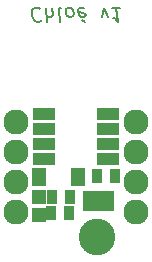
<source format=gbr>
G04 #@! TF.FileFunction,Soldermask,Bot*
%FSLAX46Y46*%
G04 Gerber Fmt 4.6, Leading zero omitted, Abs format (unit mm)*
G04 Created by KiCad (PCBNEW 4.0.2-stable) date Fri Jun 17 01:06:20 2016*
%MOMM*%
G01*
G04 APERTURE LIST*
%ADD10C,0.100000*%
%ADD11C,0.200000*%
%ADD12C,2.127200*%
%ADD13O,2.127200X2.127200*%
%ADD14R,1.950000X1.000000*%
%ADD15R,1.150000X1.200000*%
%ADD16R,1.310000X1.620000*%
%ADD17R,0.900000X1.300000*%
%ADD18R,1.365200X1.670000*%
%ADD19C,3.100000*%
G04 APERTURE END LIST*
D10*
D11*
X158207859Y-89233429D02*
X158143573Y-89176286D01*
X157965001Y-89119143D01*
X157850715Y-89119143D01*
X157686430Y-89176286D01*
X157586429Y-89290571D01*
X157543572Y-89404857D01*
X157515001Y-89633429D01*
X157536429Y-89804857D01*
X157622144Y-90033429D01*
X157693572Y-90147714D01*
X157822144Y-90262000D01*
X158000715Y-90319143D01*
X158115001Y-90319143D01*
X158279287Y-90262000D01*
X158329287Y-90204857D01*
X158707858Y-89119143D02*
X158857858Y-90319143D01*
X159222144Y-89119143D02*
X159300715Y-89747714D01*
X159257858Y-89862000D01*
X159150715Y-89919143D01*
X158979287Y-89919143D01*
X158857858Y-89862000D01*
X158793572Y-89804857D01*
X159965001Y-89119143D02*
X159857858Y-89176286D01*
X159815000Y-89290571D01*
X159943572Y-90319143D01*
X160593572Y-89119143D02*
X160486429Y-89176286D01*
X160436429Y-89233429D01*
X160393571Y-89347714D01*
X160436428Y-89690571D01*
X160507857Y-89804857D01*
X160572143Y-89862000D01*
X160693572Y-89919143D01*
X160865000Y-89919143D01*
X160972143Y-89862000D01*
X161022143Y-89804857D01*
X161065000Y-89690571D01*
X161022143Y-89347714D01*
X160950715Y-89233429D01*
X160886429Y-89176286D01*
X160765000Y-89119143D01*
X160593572Y-89119143D01*
X161972143Y-89176286D02*
X161850714Y-89119143D01*
X161622143Y-89119143D01*
X161515000Y-89176286D01*
X161472142Y-89290571D01*
X161529285Y-89747714D01*
X161600714Y-89862000D01*
X161722143Y-89919143D01*
X161950714Y-89919143D01*
X162057857Y-89862000D01*
X162100714Y-89747714D01*
X162086429Y-89633429D01*
X161500714Y-89519143D01*
X162007857Y-90376286D02*
X161815000Y-90204857D01*
X163436429Y-89919143D02*
X163622143Y-89119143D01*
X164007857Y-89919143D01*
X164993572Y-89119143D02*
X164307857Y-89119143D01*
X164650715Y-89119143D02*
X164800715Y-90319143D01*
X164665000Y-90147714D01*
X164536429Y-90033429D01*
X164415000Y-89976286D01*
D12*
X166370000Y-106426000D03*
D13*
X166370000Y-103886000D03*
X166370000Y-101346000D03*
X166370000Y-98806000D03*
D14*
X163990000Y-98171000D03*
X163990000Y-99441000D03*
X163990000Y-100711000D03*
X163990000Y-101981000D03*
X158590000Y-101981000D03*
X158590000Y-100711000D03*
X158590000Y-99441000D03*
X158590000Y-98171000D03*
D15*
X158115000Y-105168000D03*
X158115000Y-106668000D03*
D16*
X158131000Y-103505000D03*
X161401000Y-103505000D03*
D17*
X160770000Y-105156000D03*
X159270000Y-105156000D03*
X160643000Y-106553000D03*
X159143000Y-106553000D03*
X164580000Y-103378000D03*
X163080000Y-103378000D03*
D18*
X163830000Y-105537000D03*
X162560000Y-105537000D03*
D12*
X156210000Y-106426000D03*
D13*
X156210000Y-103886000D03*
X156210000Y-101346000D03*
X156210000Y-98806000D03*
D19*
X163068000Y-108585000D03*
M02*

</source>
